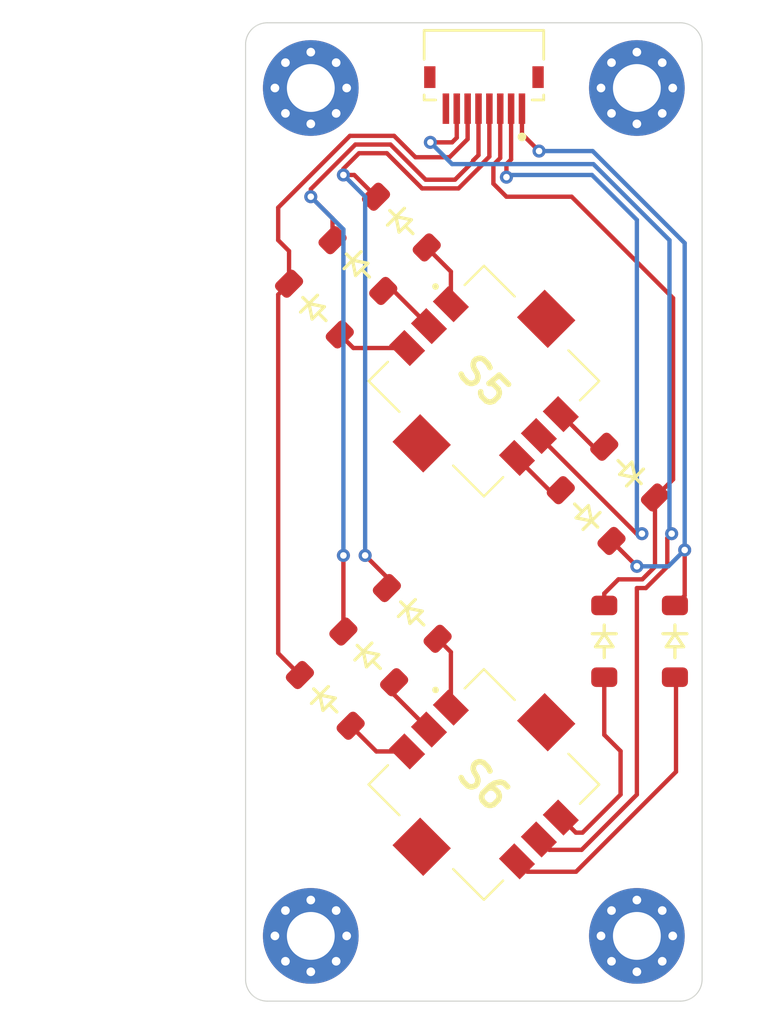
<source format=kicad_pcb>
(kicad_pcb (version 20240108) (generator "pcbnew") (generator_version "8.99")
  (layers (0 "F.Cu" signal) (31 "B.Cu" signal) (34 "B.Paste" user) (35 "F.Paste" user) (36 "B.SilkS" user "B.Silkscreen") (37 "F.SilkS" user "F.Silkscreen") (38 "B.Mask" user) (39 "F.Mask" user) (44 "Edge.Cuts" user))
  (net 0 "")
  (net 3 "ERow 1")
  (net 4 "ERow 2")
  (net 5 "ERow 3")
  (net 6 "Net-(D27-A)")
  (net 7 "Net-(D28-A)")
  (net 8 "ERow 4")
  (net 9 "ERow 5")
  (net 10 "ECol 5")
  (net 11 "Net-(D21-A)")
  (net 12 "Net-(D22-A)")
  (net 13 "Net-(D23-A)")
  (net 14 "Net-(D19-A)")
  (net 15 "Net-(D20-A)")
  (net 16 "Net-(D24-A)")
  (net 17 "Net-(D29-A)")
  (net 18 "Net-(D30-A)")
  (net 22 "ECol 6")
  (footprint "ScottoKeebs_Components:Diode_SOD-123" (layer "F.Cu") (at 23.166726 55.166726 -45)
    (property "Reference" "D24" (hide yes))
    (property "Value" "D")
    (fp_line (start -0.75 0) (end -0.349999 0) (stroke (width 0.15)) (layer "F.SilkS"))
    (fp_line (start -0.349999 0) (end -0.35 0.55) (stroke (width 0.15)) (layer "F.SilkS"))
    (fp_line (start -0.349999 0) (end -0.35 -0.55) (stroke (width 0.15)) (layer "F.SilkS"))
    (fp_line (start -0.349999 0) (end 0.25 -0.4) (stroke (width 0.15)) (layer "F.SilkS"))
    (fp_line (start 0.25 0.4) (end -0.349999 0) (stroke (width 0.15)) (layer "F.SilkS"))
    (fp_line (start 0.25 0) (end 0.75 0) (stroke (width 0.15)) (layer "F.SilkS"))
    (fp_line (start 0.25 -0.4) (end 0.25 0.4) (stroke (width 0.15)) (layer "F.SilkS"))
    (pad "1" smd roundrect (at -1.65 0 315) (size 0.9 1.2) (layers "F.Cu" "F.Paste" "F.Mask") (net 5 "ERow 3"))
    (pad "2" smd roundrect (at 1.65 0 315) (size 0.9 1.2) (layers "F.Cu" "F.Paste" "F.Mask") (net 16 "Net-(D24-A)"))
  )
  (footprint "footprints:AMPHENOL_59453-081110EDHLF" (layer "F.Cu") (at 30.464466 26.1 180)
    (property "Reference" "J4")
    (property "Value" "59453-081110EDHLF")
    (fp_line (start 2.75 1.75) (end 2.75 0.42) (stroke (width 0.127)) (layer "F.SilkS"))
    (fp_line (start 2.75 1.75) (end -2.75 1.75) (stroke (width 0.127)) (layer "F.SilkS"))
    (fp_line (start 2.75 -1.45) (end 2.75 -1.22) (stroke (width 0.127)) (layer "F.SilkS"))
    (fp_line (start 2.22 -1.45) (end 2.75 -1.45) (stroke (width 0.127)) (layer "F.SilkS"))
    (fp_line (start -2.75 1.75) (end -2.75 0.42) (stroke (width 0.127)) (layer "F.SilkS"))
    (fp_line (start -2.75 -1.22) (end -2.75 -1.45) (stroke (width 0.127)) (layer "F.SilkS"))
    (fp_line (start -2.75 -1.45) (end -2.22 -1.45) (stroke (width 0.127)) (layer "F.SilkS"))
    (fp_circle (center -1.75 -3.15) (end -1.65 -3.15) (stroke (width 0.2)) (fill none) (layer "F.SilkS"))
    (pad "1" smd rect (at -1.75 -1.85 180) (size 0.3 1.4) (layers "F.Cu" "F.Paste") (net 9 "ERow 5"))
    (pad "2" smd rect (at -1.25 -1.85 180) (size 0.3 1.4) (layers "F.Cu" "F.Paste") (net 10 "ECol 5"))
    (pad "3" smd rect (at -0.75 -1.85 180) (size 0.3 1.4) (layers "F.Cu" "F.Paste") (net 8 "ERow 4"))
    (pad "4" smd rect (at -0.25 -1.85 180) (size 0.3 1.4) (layers "F.Cu" "F.Paste") (net 3 "ERow 1"))
    (pad "5" smd rect (at 0.25 -1.85 180) (size 0.3 1.4) (layers "F.Cu" "F.Paste") (net 4 "ERow 2"))
    (pad "6" smd rect (at 0.75 -1.85 180) (size 0.3 1.4) (layers "F.Cu" "F.Paste") (net 5 "ERow 3"))
    (pad "7" smd rect (at 1.25 -1.85 180) (size 0.3 1.4) (layers "F.Cu" "F.Paste") (net 22 "ECol 6"))
    (pad "8" smd rect (at 1.75 -1.85 180) (size 0.3 1.4) (layers "F.Cu" "F.Paste"))
    (pad "SH1" smd rect (at -2.49 -0.4 180) (size 0.52 1) (layers "F.Cu" "F.Paste" "F.Mask"))
    (pad "SH2" smd rect (at 2.49 -0.4 180) (size 0.52 1) (layers "F.Cu" "F.Paste" "F.Mask"))
  )
  (footprint "footprints:MountingHole_2.2mm_M2_Pad_Via" (layer "F.Cu") (at 22.5 27)
    (property "Reference" "H4")
    (property "Value" "Mounting_Hole")
    (pad "1" thru_hole circle (at -1.65 0) (size 0.7 0.7) (drill 0.4) (layers "*.Cu" "*.Mask"))
    (pad "1" thru_hole circle (at -1.166726 -1.166726) (size 0.7 0.7) (drill 0.4) (layers "*.Cu" "*.Mask"))
    (pad "1" thru_hole circle (at -1.166726 1.166726) (size 0.7 0.7) (drill 0.4) (layers "*.Cu" "*.Mask"))
    (pad "1" thru_hole circle (at 0 -1.65) (size 0.7 0.7) (drill 0.4) (layers "*.Cu" "*.Mask"))
    (pad "1" thru_hole circle (at 0 0) (size 4.4 4.4) (drill 2.2) (layers "*.Cu" "*.Mask"))
    (pad "1" thru_hole circle (at 0 1.65) (size 0.7 0.7) (drill 0.4) (layers "*.Cu" "*.Mask"))
    (pad "1" thru_hole circle (at 1.166726 -1.166726) (size 0.7 0.7) (drill 0.4) (layers "*.Cu" "*.Mask"))
    (pad "1" thru_hole circle (at 1.166726 1.166726) (size 0.7 0.7) (drill 0.4) (layers "*.Cu" "*.Mask"))
    (pad "1" thru_hole circle (at 1.65 0) (size 0.7 0.7) (drill 0.4) (layers "*.Cu" "*.Mask"))
  )
  (footprint "footprints:MountingHole_2.2mm_M2_Pad_Via" (layer "F.Cu") (at 22.5 66)
    (property "Reference" "H2")
    (property "Value" "Mounting_Hole")
    (pad "1" thru_hole circle (at -1.65 0) (size 0.7 0.7) (drill 0.4) (layers "*.Cu" "*.Mask"))
    (pad "1" thru_hole circle (at -1.166726 -1.166726) (size 0.7 0.7) (drill 0.4) (layers "*.Cu" "*.Mask"))
    (pad "1" thru_hole circle (at -1.166726 1.166726) (size 0.7 0.7) (drill 0.4) (layers "*.Cu" "*.Mask"))
    (pad "1" thru_hole circle (at 0 -1.65) (size 0.7 0.7) (drill 0.4) (layers "*.Cu" "*.Mask"))
    (pad "1" thru_hole circle (at 0 0) (size 4.4 4.4) (drill 2.2) (layers "*.Cu" "*.Mask"))
    (pad "1" thru_hole circle (at 0 1.65) (size 0.7 0.7) (drill 0.4) (layers "*.Cu" "*.Mask"))
    (pad "1" thru_hole circle (at 1.166726 -1.166726) (size 0.7 0.7) (drill 0.4) (layers "*.Cu" "*.Mask"))
    (pad "1" thru_hole circle (at 1.166726 1.166726) (size 0.7 0.7) (drill 0.4) (layers "*.Cu" "*.Mask"))
    (pad "1" thru_hole circle (at 1.65 0) (size 0.7 0.7) (drill 0.4) (layers "*.Cu" "*.Mask"))
  )
  (footprint "footprints:MountingHole_2.2mm_M2_Pad_Via" (layer "F.Cu") (at 37.5 27)
    (property "Reference" "H1")
    (property "Value" "Mounting_Hole")
    (pad "1" thru_hole circle (at -1.65 0) (size 0.7 0.7) (drill 0.4) (layers "*.Cu" "*.Mask"))
    (pad "1" thru_hole circle (at -1.166726 -1.166726) (size 0.7 0.7) (drill 0.4) (layers "*.Cu" "*.Mask"))
    (pad "1" thru_hole circle (at -1.166726 1.166726) (size 0.7 0.7) (drill 0.4) (layers "*.Cu" "*.Mask"))
    (pad "1" thru_hole circle (at 0 -1.65) (size 0.7 0.7) (drill 0.4) (layers "*.Cu" "*.Mask"))
    (pad "1" thru_hole circle (at 0 0) (size 4.4 4.4) (drill 2.2) (layers "*.Cu" "*.Mask"))
    (pad "1" thru_hole circle (at 0 1.65) (size 0.7 0.7) (drill 0.4) (layers "*.Cu" "*.Mask"))
    (pad "1" thru_hole circle (at 1.166726 -1.166726) (size 0.7 0.7) (drill 0.4) (layers "*.Cu" "*.Mask"))
    (pad "1" thru_hole circle (at 1.166726 1.166726) (size 0.7 0.7) (drill 0.4) (layers "*.Cu" "*.Mask"))
    (pad "1" thru_hole circle (at 1.65 0) (size 0.7 0.7) (drill 0.4) (layers "*.Cu" "*.Mask"))
  )
  (footprint "ScottoKeebs_Components:Diode_SOD-123" (layer "F.Cu") (at 25.166726 53.166726 -45)
    (property "Reference" "D23" (hide yes))
    (property "Value" "D")
    (fp_line (start -0.75 0) (end -0.349999 0) (stroke (width 0.15)) (layer "F.SilkS"))
    (fp_line (start -0.349999 0) (end -0.35 0.55) (stroke (width 0.15)) (layer "F.SilkS"))
    (fp_line (start -0.349999 0) (end -0.35 -0.55) (stroke (width 0.15)) (layer "F.SilkS"))
    (fp_line (start -0.349999 0) (end 0.25 -0.4) (stroke (width 0.15)) (layer "F.SilkS"))
    (fp_line (start 0.25 0.4) (end -0.349999 0) (stroke (width 0.15)) (layer "F.SilkS"))
    (fp_line (start 0.25 0) (end 0.75 0) (stroke (width 0.15)) (layer "F.SilkS"))
    (fp_line (start 0.25 -0.4) (end 0.25 0.4) (stroke (width 0.15)) (layer "F.SilkS"))
    (pad "1" smd roundrect (at -1.65 0 315) (size 0.9 1.2) (layers "F.Cu" "F.Paste" "F.Mask") (net 4 "ERow 2"))
    (pad "2" smd roundrect (at 1.65 0 315) (size 0.9 1.2) (layers "F.Cu" "F.Paste" "F.Mask") (net 13 "Net-(D23-A)"))
  )
  (footprint "ScottoKeebs_Components:Diode_SOD-123" (layer "F.Cu") (at 39.25 52.45 -90)
    (property "Reference" "D30" (hide yes))
    (property "Value" "D")
    (fp_line (start 0.25 0.4) (end -0.349999 0) (stroke (width 0.15)) (layer "F.SilkS"))
    (fp_line (start -0.75 0) (end -0.349999 0) (stroke (width 0.15)) (layer "F.SilkS"))
    (fp_line (start -0.349999 0) (end -0.35 0.55) (stroke (width 0.15)) (layer "F.SilkS"))
    (fp_line (start -0.349999 0) (end 0.25 -0.4) (stroke (width 0.15)) (layer "F.SilkS"))
    (fp_line (start -0.349999 0) (end -0.35 -0.55) (stroke (width 0.15)) (layer "F.SilkS"))
    (fp_line (start 0.25 0) (end 0.75 0) (stroke (width 0.15)) (layer "F.SilkS"))
    (fp_line (start 0.25 -0.4) (end 0.25 0.4) (stroke (width 0.15)) (layer "F.SilkS"))
    (pad "1" smd roundrect (at -1.65 0 270) (size 0.9 1.2) (layers "F.Cu" "F.Paste" "F.Mask") (net 9 "ERow 5"))
    (pad "2" smd roundrect (at 1.65 0 270) (size 0.9 1.2) (layers "F.Cu" "F.Paste" "F.Mask") (net 18 "Net-(D30-A)"))
  )
  (footprint "footprints:MountingHole_2.2mm_M2_Pad_Via" (layer "F.Cu") (at 37.5 66)
    (property "Reference" "H3")
    (property "Value" "Mounting_Hole")
    (pad "1" thru_hole circle (at -1.65 0) (size 0.7 0.7) (drill 0.4) (layers "*.Cu" "*.Mask"))
    (pad "1" thru_hole circle (at -1.166726 -1.166726) (size 0.7 0.7) (drill 0.4) (layers "*.Cu" "*.Mask"))
    (pad "1" thru_hole circle (at -1.166726 1.166726) (size 0.7 0.7) (drill 0.4) (layers "*.Cu" "*.Mask"))
    (pad "1" thru_hole circle (at 0 -1.65) (size 0.7 0.7) (drill 0.4) (layers "*.Cu" "*.Mask"))
    (pad "1" thru_hole circle (at 0 0) (size 4.4 4.4) (drill 2.2) (layers "*.Cu" "*.Mask"))
    (pad "1" thru_hole circle (at 0 1.65) (size 0.7 0.7) (drill 0.4) (layers "*.Cu" "*.Mask"))
    (pad "1" thru_hole circle (at 1.166726 -1.166726) (size 0.7 0.7) (drill 0.4) (layers "*.Cu" "*.Mask"))
    (pad "1" thru_hole circle (at 1.166726 1.166726) (size 0.7 0.7) (drill 0.4) (layers "*.Cu" "*.Mask"))
    (pad "1" thru_hole circle (at 1.65 0) (size 0.7 0.7) (drill 0.4) (layers "*.Cu" "*.Mask"))
  )
  (footprint "ScottoKeebs_Components:Diode_SOD-123" (layer "F.Cu") (at 37.166726 44.666726 135)
    (property "Reference" "D27" (hide yes))
    (property "Value" "D")
    (fp_line (start 0.25 -0.4) (end 0.25 0.4) (stroke (width 0.15)) (layer "F.SilkS"))
    (fp_line (start 0.25 0) (end 0.75 0) (stroke (width 0.15)) (layer "F.SilkS"))
    (fp_line (start 0.25 0.4) (end -0.349999 0) (stroke (width 0.15)) (layer "F.SilkS"))
    (fp_line (start -0.349999 0) (end 0.25 -0.4) (stroke (width 0.15)) (layer "F.SilkS"))
    (fp_line (start -0.349999 0) (end -0.35 -0.55) (stroke (width 0.15)) (layer "F.SilkS"))
    (fp_line (start -0.349999 0) (end -0.35 0.55) (stroke (width 0.15)) (layer "F.SilkS"))
    (fp_line (start -0.75 0) (end -0.349999 0) (stroke (width 0.15)) (layer "F.SilkS"))
    (pad "1" smd roundrect (at -1.65 0 135) (size 0.9 1.2) (layers "F.Cu" "F.Paste" "F.Mask") (net 8 "ERow 4"))
    (pad "2" smd roundrect (at 1.65 0 135) (size 0.9 1.2) (layers "F.Cu" "F.Paste" "F.Mask") (net 6 "Net-(D27-A)"))
  )
  (footprint "ScottoKeebs_Components:Diode_SOD-123" (layer "F.Cu") (at 27.166726 51.166726 -45)
    (property "Reference" "D22" (hide yes))
    (property "Value" "D")
    (fp_line (start -0.75 0) (end -0.349999 0) (stroke (width 0.15)) (layer "F.SilkS"))
    (fp_line (start -0.349999 0) (end -0.35 0.55) (stroke (width 0.15)) (layer "F.SilkS"))
    (fp_line (start -0.349999 0) (end -0.35 -0.55) (stroke (width 0.15)) (layer "F.SilkS"))
    (fp_line (start -0.349999 0) (end 0.25 -0.4) (stroke (width 0.15)) (layer "F.SilkS"))
    (fp_line (start 0.25 0.4) (end -0.349999 0) (stroke (width 0.15)) (layer "F.SilkS"))
    (fp_line (start 0.25 0) (end 0.75 0) (stroke (width 0.15)) (layer "F.SilkS"))
    (fp_line (start 0.25 -0.4) (end 0.25 0.4) (stroke (width 0.15)) (layer "F.SilkS"))
    (pad "1" smd roundrect (at -1.65 0 315) (size 0.9 1.2) (layers "F.Cu" "F.Paste" "F.Mask") (net 3 "ERow 1"))
    (pad "2" smd roundrect (at 1.65 0 315) (size 0.9 1.2) (layers "F.Cu" "F.Paste" "F.Mask") (net 12 "Net-(D22-A)"))
  )
  (footprint "ScottoKeebs_Components:Diode_SOD-123" (layer "F.Cu") (at 36 52.45 -90)
    (property "Reference" "D29" (hide yes))
    (property "Value" "D")
    (fp_line (start 0.25 0.4) (end -0.349999 0) (stroke (width 0.15)) (layer "F.SilkS"))
    (fp_line (start -0.75 0) (end -0.349999 0) (stroke (width 0.15)) (layer "F.SilkS"))
    (fp_line (start -0.349999 0) (end -0.35 0.55) (stroke (width 0.15)) (layer "F.SilkS"))
    (fp_line (start -0.349999 0) (end 0.25 -0.4) (stroke (width 0.15)) (layer "F.SilkS"))
    (fp_line (start -0.349999 0) (end -0.35 -0.55) (stroke (width 0.15)) (layer "F.SilkS"))
    (fp_line (start 0.25 0) (end 0.75 0) (stroke (width 0.15)) (layer "F.SilkS"))
    (fp_line (start 0.25 -0.4) (end 0.25 0.4) (stroke (width 0.15)) (layer "F.SilkS"))
    (pad "1" smd roundrect (at -1.65 0 270) (size 0.9 1.2) (layers "F.Cu" "F.Paste" "F.Mask") (net 8 "ERow 4"))
    (pad "2" smd roundrect (at 1.65 0 270) (size 0.9 1.2) (layers "F.Cu" "F.Paste" "F.Mask") (net 17 "Net-(D29-A)"))
  )
  (footprint "ScottoKeebs_Components:Diode_SOD-123" (layer "F.Cu") (at 35.166726 46.666726 135)
    (property "Reference" "D28" (hide yes))
    (property "Value" "D")
    (fp_line (start 0.25 -0.4) (end 0.25 0.4) (stroke (width 0.15)) (layer "F.SilkS"))
    (fp_line (start 0.25 0) (end 0.75 0) (stroke (width 0.15)) (layer "F.SilkS"))
    (fp_line (start 0.25 0.4) (end -0.349999 0) (stroke (width 0.15)) (layer "F.SilkS"))
    (fp_line (start -0.349999 0) (end 0.25 -0.4) (stroke (width 0.15)) (layer "F.SilkS"))
    (fp_line (start -0.349999 0) (end -0.35 -0.55) (stroke (width 0.15)) (layer "F.SilkS"))
    (fp_line (start -0.349999 0) (end -0.35 0.55) (stroke (width 0.15)) (layer "F.SilkS"))
    (fp_line (start -0.75 0) (end -0.349999 0) (stroke (width 0.15)) (layer "F.SilkS"))
    (pad "1" smd roundrect (at -1.65 0 135) (size 0.9 1.2) (layers "F.Cu" "F.Paste" "F.Mask") (net 9 "ERow 5"))
    (pad "2" smd roundrect (at 1.65 0 135) (size 0.9 1.2) (layers "F.Cu" "F.Paste" "F.Mask") (net 7 "Net-(D28-A)"))
  )
  (footprint "ScottoKeebs_Components:Diode_SOD-123" (layer "F.Cu") (at 24.666726 35.166726 -45)
    (property "Reference" "D20" (hide yes))
    (property "Value" "D")
    (fp_line (start -0.75 0) (end -0.349999 0) (stroke (width 0.15)) (layer "F.SilkS"))
    (fp_line (start -0.349999 0) (end -0.35 0.55) (stroke (width 0.15)) (layer "F.SilkS"))
    (fp_line (start -0.349999 0) (end -0.35 -0.55) (stroke (width 0.15)) (layer "F.SilkS"))
    (fp_line (start -0.349999 0) (end 0.25 -0.4) (stroke (width 0.15)) (layer "F.SilkS"))
    (fp_line (start 0.25 0.4) (end -0.349999 0) (stroke (width 0.15)) (layer "F.SilkS"))
    (fp_line (start 0.25 0) (end 0.75 0) (stroke (width 0.15)) (layer "F.SilkS"))
    (fp_line (start 0.25 -0.4) (end 0.25 0.4) (stroke (width 0.15)) (layer "F.SilkS"))
    (pad "1" smd roundrect (at -1.65 0 315) (size 0.9 1.2) (layers "F.Cu" "F.Paste" "F.Mask") (net 4 "ERow 2"))
    (pad "2" smd roundrect (at 1.65 0 315) (size 0.9 1.2) (layers "F.Cu" "F.Paste" "F.Mask") (net 15 "Net-(D20-A)"))
  )
  (footprint "footprints:SKRHADE010" (layer "F.Cu") (at 30.464466 59.035534 -45)
    (property "Reference" "S6" (at 0 0 -45) (layer "F.SilkS") (effects (font (size 1.27 1.27) (thickness 0.254))))
    (property "Value" "SKRHADE010" (hide yes))
    (fp_line (start -3.75 3.75) (end -3.75 3.75) (stroke (width 0.1)) (layer "F.SilkS"))
    (fp_line (start -3.75 3.75) (end -3.75 3.75) (stroke (width 0.1)) (layer "F.SilkS"))
    (fp_line (start -3.75 3.75) (end -3.749999 2.5) (stroke (width 0.1)) (layer "F.SilkS"))
    (fp_line (start -3.75 3.75) (end -1.749999 3.75) (stroke (width 0.1)) (layer "F.SilkS"))
    (fp_line (start -3.749999 2.5) (end -3.75 3.75) (stroke (width 0.1)) (layer "F.SilkS"))
    (fp_line (start -3.749999 2.5) (end -3.749999 2.5) (stroke (width 0.1)) (layer "F.SilkS"))
    (fp_line (start -1.749999 3.75) (end -3.75 3.75) (stroke (width 0.1)) (layer "F.SilkS"))
    (fp_line (start -1.749999 3.75) (end -1.749999 3.75) (stroke (width 0.1)) (layer "F.SilkS"))
    (fp_line (start -4.7 -1.5) (end -4.7 -1.5) (stroke (width 0.2)) (layer "F.SilkS"))
    (fp_line (start -4.7 -1.5) (end -4.6 -1.5) (stroke (width 0.2)) (layer "F.SilkS"))
    (fp_line (start -4.6 -1.5) (end -4.6 -1.5) (stroke (width 0.2)) (layer "F.SilkS"))
    (fp_line (start 1.749999 3.75) (end 1.749999 3.75) (stroke (width 0.1)) (layer "F.SilkS"))
    (fp_line (start 1.749999 3.75) (end 3.75 3.75) (stroke (width 0.1)) (layer "F.SilkS"))
    (fp_line (start -3.749999 -2.5) (end -3.749999 -2.5) (stroke (width 0.1)) (layer "F.SilkS"))
    (fp_line (start -3.749999 -2.5) (end -3.75 -3.75) (stroke (width 0.1)) (layer "F.SilkS"))
    (fp_line (start -3.75 -3.75) (end -3.749999 -2.5) (stroke (width 0.1)) (layer "F.SilkS"))
    (fp_line (start -3.75 -3.75) (end -3.75 -3.75) (stroke (width 0.1)) (layer "F.SilkS"))
    (fp_line (start -3.75 -3.75) (end -3.75 -3.75) (stroke (width 0.1)) (layer "F.SilkS"))
    (fp_line (start -3.75 -3.75) (end -1.749999 -3.75) (stroke (width 0.1)) (layer "F.SilkS"))
    (fp_line (start 3.75 3.75) (end 1.749999 3.75) (stroke (width 0.1)) (layer "F.SilkS"))
    (fp_line (start 3.75 3.75) (end 3.75 3.75) (stroke (width 0.1)) (layer "F.SilkS"))
    (fp_line (start 3.75 3.75) (end 3.75 3.75) (stroke (width 0.1)) (layer "F.SilkS"))
    (fp_line (start 3.75 3.75) (end 3.749999 2.5) (stroke (width 0.1)) (layer "F.SilkS"))
    (fp_line (start 3.749999 2.5) (end 3.75 3.75) (stroke (width 0.1)) (layer "F.SilkS"))
    (fp_line (start 3.749999 2.5) (end 3.749999 2.5) (stroke (width 0.1)) (layer "F.SilkS"))
    (fp_line (start -1.749999 -3.75) (end -3.75 -3.75) (stroke (width 0.1)) (layer "F.SilkS"))
    (fp_line (start -1.749999 -3.75) (end -1.749999 -3.75) (stroke (width 0.1)) (layer "F.SilkS"))
    (fp_line (start 1.749999 -3.75) (end 1.749999 -3.75) (stroke (width 0.1)) (layer "F.SilkS"))
    (fp_line (start 1.749999 -3.75) (end 3.75 -3.75) (stroke (width 0.1)) (layer "F.SilkS"))
    (fp_line (start 3.749999 -2.5) (end 3.749999 -2.5) (stroke (width 0.1)) (layer "F.SilkS"))
    (fp_line (start 3.749999 -2.5) (end 3.75 -3.75) (stroke (width 0.1)) (layer "F.SilkS"))
    (fp_line (start 3.75 -3.75) (end 1.749999 -3.75) (stroke (width 0.1)) (layer "F.SilkS"))
    (fp_line (start 3.75 -3.75) (end 3.749999 -2.5) (stroke (width 0.1)) (layer "F.SilkS"))
    (fp_line (start 3.75 -3.75) (end 3.75 -3.75) (stroke (width 0.1)) (layer "F.SilkS"))
    (fp_line (start 3.75 -3.75) (end 3.75 -3.75) (stroke (width 0.1)) (layer "F.SilkS"))
    (fp_arc (start -4.7 -1.5) (mid -4.65 -1.550001) (end -4.6 -1.5) (stroke (width 0.2)) (layer "F.SilkS"))
    (fp_arc (start -4.6 -1.5) (mid -4.65 -1.45) (end -4.7 -1.5) (stroke (width 0.2)) (layer "F.SilkS"))
    (pad "" np_thru_hole circle (at 0 -1.9 315) (size 0.75 0.75) (drill 0.75) (layers "*.Cu" "*.Mask"))
    (pad "" np_thru_hole circle (at 0 1.9 315) (size 1.05 1.05) (drill 1.05) (layers "*.Cu" "*.Mask"))
    (pad "1" smd rect (at -3.575 -1.425 45) (size 1 1.35) (layers "F.Cu" "F.Paste" "F.Mask") (net 12 "Net-(D22-A)"))
    (pad "2" smd rect (at -3.575 0 45) (size 1 1.35) (layers "F.Cu" "F.Paste" "F.Mask") (net 13 "Net-(D23-A)"))
    (pad "3" smd rect (at -3.575 1.425 45) (size 1 1.35) (layers "F.Cu" "F.Paste" "F.Mask") (net 16 "Net-(D24-A)"))
    (pad "4" smd rect (at 3.575 -1.425 45) (size 1 1.35) (layers "F.Cu" "F.Paste" "F.Mask") (net 17 "Net-(D29-A)"))
    (pad "5" smd rect (at 3.575 0 45) (size 1 1.35) (layers "F.Cu" "F.Paste" "F.Mask") (net 22 "ECol 6"))
    (pad "6" smd rect (at 3.575 1.425 45) (size 1 1.35) (layers "F.Cu" "F.Paste" "F.Mask") (net 18 "Net-(D30-A)"))
    (pad "MP1" smd rect (at 0 -4.049999 45) (size 1.8 2) (layers "F.Cu" "F.Paste" "F.Mask"))
    (pad "MP2" smd rect (at 0 4.049999 45) (size 1.8 2) (layers "F.Cu" "F.Paste" "F.Mask"))
  )
  (footprint "ScottoKeebs_Components:Diode_SOD-123" (layer "F.Cu") (at 22.666726 37.166726 -45)
    (property "Reference" "D21" (hide yes))
    (property "Value" "D")
    (fp_line (start -0.75 0) (end -0.349999 0) (stroke (width 0.15)) (layer "F.SilkS"))
    (fp_line (start -0.349999 0) (end -0.35 0.55) (stroke (width 0.15)) (layer "F.SilkS"))
    (fp_line (start -0.349999 0) (end -0.35 -0.55) (stroke (width 0.15)) (layer "F.SilkS"))
    (fp_line (start -0.349999 0) (end 0.25 -0.4) (stroke (width 0.15)) (layer "F.SilkS"))
    (fp_line (start 0.25 0.4) (end -0.349999 0) (stroke (width 0.15)) (layer "F.SilkS"))
    (fp_line (start 0.25 0) (end 0.75 0) (stroke (width 0.15)) (layer "F.SilkS"))
    (fp_line (start 0.25 -0.4) (end 0.25 0.4) (stroke (width 0.15)) (layer "F.SilkS"))
    (pad "1" smd roundrect (at -1.65 0 315) (size 0.9 1.2) (layers "F.Cu" "F.Paste" "F.Mask") (net 5 "ERow 3"))
    (pad "2" smd roundrect (at 1.65 0 315) (size 0.9 1.2) (layers "F.Cu" "F.Paste" "F.Mask") (net 11 "Net-(D21-A)"))
  )
  (footprint "ScottoKeebs_Components:Diode_SOD-123" (layer "F.Cu") (at 26.666726 33.166726 -45)
    (property "Reference" "D19" (hide yes))
    (property "Value" "D")
    (fp_line (start -0.75 0) (end -0.349999 0) (stroke (width 0.15)) (layer "F.SilkS"))
    (fp_line (start -0.349999 0) (end -0.35 0.55) (stroke (width 0.15)) (layer "F.SilkS"))
    (fp_line (start -0.349999 0) (end -0.35 -0.55) (stroke (width 0.15)) (layer "F.SilkS"))
    (fp_line (start -0.349999 0) (end 0.25 -0.4) (stroke (width 0.15)) (layer "F.SilkS"))
    (fp_line (start 0.25 0.4) (end -0.349999 0) (stroke (width 0.15)) (layer "F.SilkS"))
    (fp_line (start 0.25 0) (end 0.75 0) (stroke (width 0.15)) (layer "F.SilkS"))
    (fp_line (start 0.25 -0.4) (end 0.25 0.4) (stroke (width 0.15)) (layer "F.SilkS"))
    (pad "1" smd roundrect (at -1.65 0 315) (size 0.9 1.2) (layers "F.Cu" "F.Paste" "F.Mask") (net 3 "ERow 1"))
    (pad "2" smd roundrect (at 1.65 0 315) (size 0.9 1.2) (layers "F.Cu" "F.Paste" "F.Mask") (net 14 "Net-(D19-A)"))
  )
  (footprint "footprints:SKRHADE010" (layer "F.Cu") (at 30.464466 40.47972 -45)
    (property "Reference" "S5" (at 0 0 -45) (layer "F.SilkS") (effects (font (size 1.27 1.27) (thickness 0.254))))
    (property "Value" "SKRHADE010" (hide yes))
    (fp_line (start -3.75 3.75) (end -3.75 3.75) (stroke (width 0.1)) (layer "F.SilkS"))
    (fp_line (start -3.75 3.75) (end -3.75 3.75) (stroke (width 0.1)) (layer "F.SilkS"))
    (fp_line (start -3.75 3.75) (end -3.749999 2.5) (stroke (width 0.1)) (layer "F.SilkS"))
    (fp_line (start -3.75 3.75) (end -1.749999 3.75) (stroke (width 0.1)) (layer "F.SilkS"))
    (fp_line (start -3.749999 2.5) (end -3.75 3.75) (stroke (width 0.1)) (layer "F.SilkS"))
    (fp_line (start -3.749999 2.5) (end -3.749999 2.5) (stroke (width 0.1)) (layer "F.SilkS"))
    (fp_line (start -1.749999 3.75) (end -3.75 3.75) (stroke (width 0.1)) (layer "F.SilkS"))
    (fp_line (start -1.749999 3.75) (end -1.749999 3.75) (stroke (width 0.1)) (layer "F.SilkS"))
    (fp_line (start -4.7 -1.5) (end -4.7 -1.5) (stroke (width 0.2)) (layer "F.SilkS"))
    (fp_line (start -4.7 -1.5) (end -4.6 -1.5) (stroke (width 0.2)) (layer "F.SilkS"))
    (fp_line (start -4.6 -1.5) (end -4.6 -1.5) (stroke (width 0.2)) (layer "F.SilkS"))
    (fp_line (start 1.749999 3.75) (end 1.749999 3.75) (stroke (width 0.1)) (layer "F.SilkS"))
    (fp_line (start 1.749999 3.75) (end 3.75 3.75) (stroke (width 0.1)) (layer "F.SilkS"))
    (fp_line (start -3.749999 -2.5) (end -3.749999 -2.5) (stroke (width 0.1)) (layer "F.SilkS"))
    (fp_line (start -3.749999 -2.5) (end -3.75 -3.75) (stroke (width 0.1)) (layer "F.SilkS"))
    (fp_line (start -3.75 -3.75) (end -3.749999 -2.5) (stroke (width 0.1)) (layer "F.SilkS"))
    (fp_line (start -3.75 -3.75) (end -3.75 -3.75) (stroke (width 0.1)) (layer "F.SilkS"))
    (fp_line (start -3.75 -3.75) (end -3.75 -3.75) (stroke (width 0.1)) (layer "F.SilkS"))
    (fp_line (start -3.75 -3.75) (end -1.749999 -3.75) (stroke (width 0.1)) (layer "F.SilkS"))
    (fp_line (start 3.75 3.75) (end 1.749999 3.75) (stroke (width 0.1)) (layer "F.SilkS"))
    (fp_line (start 3.75 3.75) (end 3.75 3.75) (stroke (width 0.1)) (layer "F.SilkS"))
    (fp_line (start 3.75 3.75) (end 3.75 3.75) (stroke (width 0.1)) (layer "F.SilkS"))
    (fp_line (start 3.75 3.75) (end 3.749999 2.5) (stroke (width 0.1)) (layer "F.SilkS"))
    (fp_line (start 3.749999 2.5) (end 3.75 3.75) (stroke (width 0.1)) (layer "F.SilkS"))
    (fp_line (start 3.749999 2.5) (end 3.749999 2.5) (stroke (width 0.1)) (layer "F.SilkS"))
    (fp_line (start -1.749999 -3.75) (end -3.75 -3.75) (stroke (width 0.1)) (layer "F.SilkS"))
    (fp_line (start -1.749999 -3.75) (end -1.749999 -3.75) (stroke (width 0.1)) (layer "F.SilkS"))
    (fp_line (start 1.749999 -3.75) (end 1.749999 -3.75) (stroke (width 0.1)) (layer "F.SilkS"))
    (fp_line (start 1.749999 -3.75) (end 3.75 -3.75) (stroke (width 0.1)) (layer "F.SilkS"))
    (fp_line (start 3.749999 -2.5) (end 3.749999 -2.5) (stroke (width 0.1)) (layer "F.SilkS"))
    (fp_line (start 3.749999 -2.5) (end 3.75 -3.75) (stroke (width 0.1)) (layer "F.SilkS"))
    (fp_line (start 3.75 -3.75) (end 1.749999 -3.75) (stroke (width 0.1)) (layer "F.SilkS"))
    (fp_line (start 3.75 -3.75) (end 3.749999 -2.5) (stroke (width 0.1)) (layer "F.SilkS"))
    (fp_line (start 3.75 -3.75) (end 3.75 -3.75) (stroke (width 0.1)) (layer "F.SilkS"))
    (fp_line (start 3.75 -3.75) (end 3.75 -3.75) (stroke (width 0.1)) (layer "F.SilkS"))
    (fp_arc (start -4.7 -1.5) (mid -4.65 -1.550001) (end -4.6 -1.5) (stroke (width 0.2)) (layer "F.SilkS"))
    (fp_arc (start -4.6 -1.5) (mid -4.65 -1.45) (end -4.7 -1.5) (stroke (width 0.2)) (layer "F.SilkS"))
    (pad "" np_thru_hole circle (at 0 -1.9 315) (size 0.75 0.75) (drill 0.75) (layers "*.Cu" "*.Mask"))
    (pad "" np_thru_hole circle (at 0 1.9 315) (size 1.05 1.05) (drill 1.05) (layers "*.Cu" "*.Mask"))
    (pad "1" smd rect (at -3.575 -1.425 45) (size 1 1.35) (layers "F.Cu" "F.Paste" "F.Mask") (net 14 "Net-(D19-A)"))
    (pad "2" smd rect (at -3.575 0 45) (size 1 1.35) (layers "F.Cu" "F.Paste" "F.Mask") (net 15 "Net-(D20-A)"))
    (pad "3" smd rect (at -3.575 1.425 45) (size 1 1.35) (layers "F.Cu" "F.Paste" "F.Mask") (net 11 "Net-(D21-A)"))
    (pad "4" smd rect (at 3.575 -1.425 45) (size 1 1.35) (layers "F.Cu" "F.Paste" "F.Mask") (net 6 "Net-(D27-A)"))
    (pad "5" smd rect (at 3.575 0 45) (size 1 1.35) (layers "F.Cu" "F.Paste" "F.Mask") (net 10 "ECol 5"))
    (pad "6" smd rect (at 3.575 1.425 45) (size 1 1.35) (layers "F.Cu" "F.Paste" "F.Mask") (net 7 "Net-(D28-A)"))
    (pad "MP1" smd rect (at 0 -4.049999 45) (size 1.8 2) (layers "F.Cu" "F.Paste" "F.Mask"))
    (pad "MP2" smd rect (at 0 4.049999 45) (size 1.8 2) (layers "F.Cu" "F.Paste" "F.Mask"))
  )
  (gr_arc (start 39.5 24) (mid 40.207107 24.292893) (end 40.5 25) (stroke (width 0.05)) (layer "Edge.Cuts"))
  (gr_line (start 40.5 25) (end 40.5 68) (stroke (width 0.05)) (layer "Edge.Cuts"))
  (gr_line (start 39.5 69) (end 20.5 69) (stroke (width 0.05)) (layer "Edge.Cuts"))
  (gr_line (start 20.5 24) (end 39.5 24) (stroke (width 0.05)) (layer "Edge.Cuts"))
  (gr_line (start 19.5 68) (end 19.5 25) (stroke (width 0.05)) (layer "Edge.Cuts"))
  (gr_arc (start 20.5 69) (mid 19.792893 68.707107) (end 19.5 68) (stroke (width 0.05)) (layer "Edge.Cuts"))
  (gr_arc (start 40.5 68) (mid 40.207107 68.707107) (end 39.5 69) (stroke (width 0.05)) (layer "Edge.Cuts"))
  (gr_arc (start 19.5 25) (mid 19.792893 24.292893) (end 20.5 24) (stroke (width 0.05)) (layer "Edge.Cuts"))
  (segment (start 30.367157 30.547058) (end 29.297057 31.617157) (width 0.2) (layer "F.Cu") (net 3))
  (segment (start 24 30.717157) (end 24 31) (width 0.2) (layer "F.Cu") (net 3))
  (segment (start 27.617157 31.617157) (end 26 30) (width 0.2) (layer "F.Cu") (net 3))
  (segment (start 24.5 31) (end 25.5 32) (width 0.2) (layer "F.Cu") (net 3))
  (segment (start 26 50) (end 26 49.5) (width 0.2) (layer "F.Cu") (net 3))
  (segment (start 26 30) (end 24.717157 30) (width 0.2) (layer "F.Cu") (net 3))
  (segment (start 26 49.5) (end 25 48.5) (width 0.2) (layer "F.Cu") (net 3))
  (segment (start 30.714466 30.154162) (end 30.367157 30.501471) (width 0.2) (layer "F.Cu") (net 3))
  (segment (start 30.714466 27.95) (end 30.714466 30.154162) (width 0.2) (layer "F.Cu") (net 3))
  (segment (start 24.717157 30) (end 24 30.717157) (width 0.2) (layer "F.Cu") (net 3))
  (segment (start 30.367157 30.501471) (end 30.367157 30.547058) (width 0.2) (layer "F.Cu") (net 3))
  (segment (start 29.297057 31.617157) (end 27.617157 31.617157) (width 0.2) (layer "F.Cu") (net 3))
  (segment (start 24 31) (end 24.5 31) (width 0.2) (layer "F.Cu") (net 3))
  (via (at 24 31) (size 0.6) (drill 0.3) (layers "F.Cu" "B.Cu") (net 3))
  (via (at 25 48.5) (size 0.6) (drill 0.3) (layers "F.Cu" "B.Cu") (net 3))
  (segment (start 25 48.5) (end 25 32) (width 0.2) (layer "B.Cu") (net 3))
  (segment (start 25 32) (end 24 31) (width 0.2) (layer "B.Cu") (net 3))
  (segment (start 29.967157 30.381372) (end 29.131372 31.217157) (width 0.2) (layer "F.Cu") (net 4))
  (segment (start 22.5 32) (end 23.5 33) (width 0.2) (layer "F.Cu") (net 4))
  (segment (start 24.551471 29.6) (end 22.5 31.651471) (width 0.2) (layer "F.Cu") (net 4))
  (segment (start 26.165686 29.6) (end 24.551471 29.6) (width 0.2) (layer "F.Cu") (net 4))
  (segment (start 30.214466 27.95) (end 30.214466 30.088478) (width 0.2) (layer "F.Cu") (net 4))
  (segment (start 22.5 31.651471) (end 22.5 32) (width 0.2) (layer "F.Cu") (net 4))
  (segment (start 24 52) (end 24 48.5) (width 0.2) (layer "F.Cu") (net 4))
  (segment (start 23.5 33) (end 23.5 34) (width 0.2) (layer "F.Cu") (net 4))
  (segment (start 29.967157 30.335787) (end 29.967157 30.381372) (width 0.2) (layer "F.Cu") (net 4))
  (segment (start 30.214466 30.088478) (end 29.967157 30.335787) (width 0.2) (layer "F.Cu") (net 4))
  (segment (start 27.782843 31.217157) (end 26.165686 29.6) (width 0.2) (layer "F.Cu") (net 4))
  (segment (start 29.131372 31.217157) (end 27.782843 31.217157) (width 0.2) (layer "F.Cu") (net 4))
  (via (at 24 48.5) (size 0.6) (drill 0.3) (layers "F.Cu" "B.Cu") (net 4))
  (via (at 22.5 32) (size 0.6) (drill 0.3) (layers "F.Cu" "B.Cu") (net 4))
  (segment (start 24 33.5) (end 22.5 32) (width 0.2) (layer "B.Cu") (net 4))
  (segment (start 24 48.5) (end 24 33.5) (width 0.2) (layer "B.Cu") (net 4))
  (segment (start 21 34) (end 21.5 34.5) (width 0.2) (layer "F.Cu") (net 5))
  (segment (start 29.714466 29.35122) (end 28.881372 30.184314) (width 0.2) (layer "F.Cu") (net 5))
  (segment (start 29.714466 27.95) (end 29.714466 29.35122) (width 0.2) (layer "F.Cu") (net 5))
  (segment (start 26.331371 29.2) (end 24.3 29.2) (width 0.2) (layer "F.Cu") (net 5))
  (segment (start 27.315686 30.184314) (end 26.331371 29.2) (width 0.2) (layer "F.Cu") (net 5))
  (segment (start 21 53) (end 21 36.5) (width 0.2) (layer "F.Cu") (net 5))
  (segment (start 21 32.5) (end 21 34) (width 0.2) (layer "F.Cu") (net 5))
  (segment (start 21.5 34.5) (end 21.5 36) (width 0.2) (layer "F.Cu") (net 5))
  (segment (start 24.3 29.2) (end 21 32.5) (width 0.2) (layer "F.Cu") (net 5))
  (segment (start 28.881372 30.184314) (end 27.315686 30.184314) (width 0.2) (layer "F.Cu") (net 5))
  (segment (start 22 54) (end 21 53) (width 0.2) (layer "F.Cu") (net 5))
  (segment (start 21 36.5) (end 21.5 36) (width 0.2) (layer "F.Cu") (net 5))
  (segment (start 34 42) (end 35.5 43.5) (width 0.2) (layer "F.Cu") (net 6))
  (segment (start 35.5 43.5) (end 36 43.5) (width 0.2) (layer "F.Cu") (net 6))
  (segment (start 33.469492 45.5) (end 34 45.5) (width 0.2) (layer "F.Cu") (net 7))
  (segment (start 31.984746 44.015254) (end 33.469492 45.5) (width 0.2) (layer "F.Cu") (net 7))
  (segment (start 36.65 49.6) (end 37.748529 49.6) (width 0.2) (layer "F.Cu") (net 8))
  (segment (start 31.5 32) (end 34.5 32) (width 0.2) (layer "F.Cu") (net 8))
  (segment (start 34.5 32) (end 39.166904 36.666904) (width 0.2) (layer "F.Cu") (net 8))
  (segment (start 31.214466 27.95) (end 31.214466 30.219848) (width 0.2) (layer "F.Cu") (net 8))
  (segment (start 39.166904 45) (end 38.333452 45.833452) (width 0.2) (layer "F.Cu") (net 8))
  (segment (start 30.9 31.4) (end 31.5 32) (width 0.2) (layer "F.Cu") (net 8))
  (segment (start 36 50.8) (end 36 50.25) (width 0.2) (layer "F.Cu") (net 8))
  (segment (start 37.748529 49.6) (end 38.333452 49.015077) (width 0.2) (layer "F.Cu") (net 8))
  (segment (start 31.214466 30.219848) (end 30.9 30.534314) (width 0.2) (layer "F.Cu") (net 8))
  (segment (start 30.9 30.534314) (end 30.9 31.4) (width 0.2) (layer "F.Cu") (net 8))
  (segment (start 36 50.25) (end 36.65 49.6) (width 0.2) (layer "F.Cu") (net 8))
  (segment (start 39.166904 36.666904) (end 39.166904 45) (width 0.2) (layer "F.Cu") (net 8))
  (segment (start 38.333452 49.015077) (end 38.333452 45.833452) (width 0.2) (layer "F.Cu") (net 8))
  (segment (start 33 29.9) (end 32.214466 29.114466) (width 0.2) (layer "F.Cu") (net 9))
  (segment (start 32.214466 29.114466) (end 32.214466 27.95) (width 0.2) (layer "F.Cu") (net 9))
  (segment (start 39.25 50.8) (end 39.7 50.35) (width 0.2) (layer "F.Cu") (net 9))
  (segment (start 37.5 49) (end 36.333452 47.833452) (width 0.2) (layer "F.Cu") (net 9))
  (segment (start 39.7 50.35) (end 39.7 48.25) (width 0.2) (layer "F.Cu") (net 9))
  (via (at 39.7 48.25) (size 0.6) (drill 0.3) (layers "F.Cu" "B.Cu") (net 9))
  (via (at 33 29.9) (size 0.6) (drill 0.3) (layers "F.Cu" "B.Cu") (net 9))
  (via (at 37.5 49) (size 0.6) (drill 0.3) (layers "F.Cu" "B.Cu") (net 9))
  (segment (start 39.7 48.25) (end 39.7 34.134314) (width 0.2) (layer "B.Cu") (net 9))
  (segment (start 38.95 49) (end 37.5 49) (width 0.2) (layer "B.Cu") (net 9))
  (segment (start 39.7 34.134314) (end 35.465686 29.9) (width 0.2) (layer "B.Cu") (net 9))
  (segment (start 39.7 48.25) (end 38.95 49) (width 0.2) (layer "B.Cu") (net 9))
  (segment (start 35.465686 29.9) (end 33 29.9) (width 0.2) (layer "B.Cu") (net 9))
  (segment (start 31.714466 30.285534) (end 31.714466 27.95) (width 0.2) (layer "F.Cu") (net 10))
  (segment (start 37.484746 47.5) (end 32.992373 43.007627) (width 0.2) (layer "F.Cu") (net 10))
  (segment (start 31.5 30.5) (end 31.714466 30.285534) (width 0.2) (layer "F.Cu") (net 10))
  (segment (start 37.733452 47.5) (end 37.484746 47.5) (width 0.2) (layer "F.Cu") (net 10))
  (segment (start 31.5 31.1) (end 31.5 30.5) (width 0.2) (layer "F.Cu") (net 10))
  (via (at 37.733452 47.5) (size 0.6) (drill 0.3) (layers "F.Cu" "B.Cu") (net 10))
  (via (at 31.5 31.1) (size 0.6) (drill 0.3) (layers "F.Cu" "B.Cu") (net 10))
  (segment (start 31.6 31) (end 31.5 31.1) (width 0.2) (layer "B.Cu") (net 10))
  (segment (start 35.434314 31) (end 31.6 31) (width 0.2) (layer "B.Cu") (net 10))
  (segment (start 37.5 33.065686) (end 35.434314 31) (width 0.2) (layer "B.Cu") (net 10))
  (segment (start 37.5 47.266548) (end 37.5 33.065686) (width 0.2) (layer "B.Cu") (net 10))
  (segment (start 37.733452 47.5) (end 37.5 47.266548) (width 0.2) (layer "B.Cu") (net 10))
  (segment (start 26.928932 38.95944) (end 24.45944 38.95944) (width 0.2) (layer "F.Cu") (net 11))
  (segment (start 24.45944 38.95944) (end 23.833452 38.333452) (width 0.2) (layer "F.Cu") (net 11))
  (segment (start 28.944186 52.944186) (end 28.333452 52.333452) (width 0.2) (layer "F.Cu") (net 12))
  (segment (start 28.944186 55.5) (end 28.944186 52.944186) (width 0.2) (layer "F.Cu") (net 12))
  (segment (start 26.333452 54.90452) (end 26.333452 54.333452) (width 0.2) (layer "F.Cu") (net 13))
  (segment (start 27.936559 56.507627) (end 26.333452 54.90452) (width 0.2) (layer "F.Cu") (net 13))
  (segment (start 28.944186 36.944186) (end 28.944186 35.444186) (width 0.2) (layer "F.Cu") (net 14))
  (segment (start 28.944186 35.444186) (end 27.833452 34.333452) (width 0.2) (layer "F.Cu") (net 14))
  (segment (start 26.318198 36.333452) (end 25.833452 36.333452) (width 0.2) (layer "F.Cu") (net 15))
  (segment (start 27.936559 37.951813) (end 26.318198 36.333452) (width 0.2) (layer "F.Cu") (net 15))
  (segment (start 25.515254 57.515254) (end 24.333452 56.333452) (width 0.2) (layer "F.Cu") (net 16))
  (segment (start 26.928932 57.515254) (end 25.515254 57.515254) (width 0.2) (layer "F.Cu") (net 16))
  (segment (start 34 60.555814) (end 34.694186 61.25) (width 0.2) (layer "F.Cu") (net 17))
  (segment (start 35 61.25) (end 36.75 59.5) (width 0.2) (layer "F.Cu") (net 17))
  (segment (start 36.75 59.5) (end 36.75 57.5) (width 0.2) (layer "F.Cu") (net 17))
  (segment (start 34.694186 61.25) (end 35 61.25) (width 0.2) (layer "F.Cu") (net 17))
  (segment (start 36.75 57.5) (end 36 56.75) (width 0.2) (layer "F.Cu") (net 17))
  (segment (start 36 56.75) (end 36 54.1) (width 0.2) (layer "F.Cu") (net 17))
  (segment (start 39.3 54.15) (end 39.25 54.1) (width 0.2) (layer "F.Cu") (net 18))
  (segment (start 39.3 58.45) (end 39.3 54.15) (width 0.2) (layer "F.Cu") (net 18))
  (segment (start 31.984746 62.571068) (end 32.462043 63.048365) (width 0.2) (layer "F.Cu") (net 18))
  (segment (start 34.701635 63.048365) (end 39.3 58.45) (width 0.2) (layer "F.Cu") (net 18))
  (segment (start 32.462043 63.048365) (end 34.701635 63.048365) (width 0.2) (layer "F.Cu") (net 18))
  (segment (start 37.5 59.5) (end 34.959262 62.040738) (width 0.2) (layer "F.Cu") (net 22))
  (segment (start 37.914214 50) (end 37.5 50) (width 0.2) (layer "F.Cu") (net 22))
  (segment (start 38.9 47.7) (end 38.9 49.014214) (width 0.2) (layer "F.Cu") (net 22))
  (segment (start 29 29.5) (end 29.214466 29.285534) (width 0.2) (layer "F.Cu") (net 22))
  (segment (start 34.959262 62.040738) (end 33.46967 62.040738) (width 0.2) (layer "F.Cu") (net 22))
  (segment (start 28 29.5) (end 29 29.5) (width 0.2) (layer "F.Cu") (net 22))
  (segment (start 37.5 50) (end 37.5 59.5) (width 0.2) (layer "F.Cu") (net 22))
  (segment (start 39.1 47.5) (end 38.9 47.7) (width 0.2) (layer "F.Cu") (net 22))
  (segment (start 38.9 49.014214) (end 37.914214 50) (width 0.2) (layer "F.Cu") (net 22))
  (segment (start 33.46967 62.040738) (end 32.992373 61.563441) (width 0.2) (layer "F.Cu") (net 22))
  (segment (start 29.214466 29.285534) (end 29.214466 27.95) (width 0.2) (layer "F.Cu") (net 22))
  (via (at 39.1 47.5) (size 0.6) (drill 0.3) (layers "F.Cu" "B.Cu") (net 22))
  (via (at 28 29.5) (size 0.6) (drill 0.3) (layers "F.Cu" "B.Cu") (net 22))
  (segment (start 35.5 30.5) (end 29 30.5) (width 0.2) (layer "B.Cu") (net 22))
  (segment (start 39 47.4) (end 39 34) (width 0.2) (layer "B.Cu") (net 22))
  (segment (start 39.1 47.5) (end 39 47.4) (width 0.2) (layer "B.Cu") (net 22))
  (segment (start 29 30.5) (end 28 29.5) (width 0.2) (layer "B.Cu") (net 22))
  (segment (start 39 34) (end 35.5 30.5) (width 0.2) (layer "B.Cu") (net 22))
)
</source>
